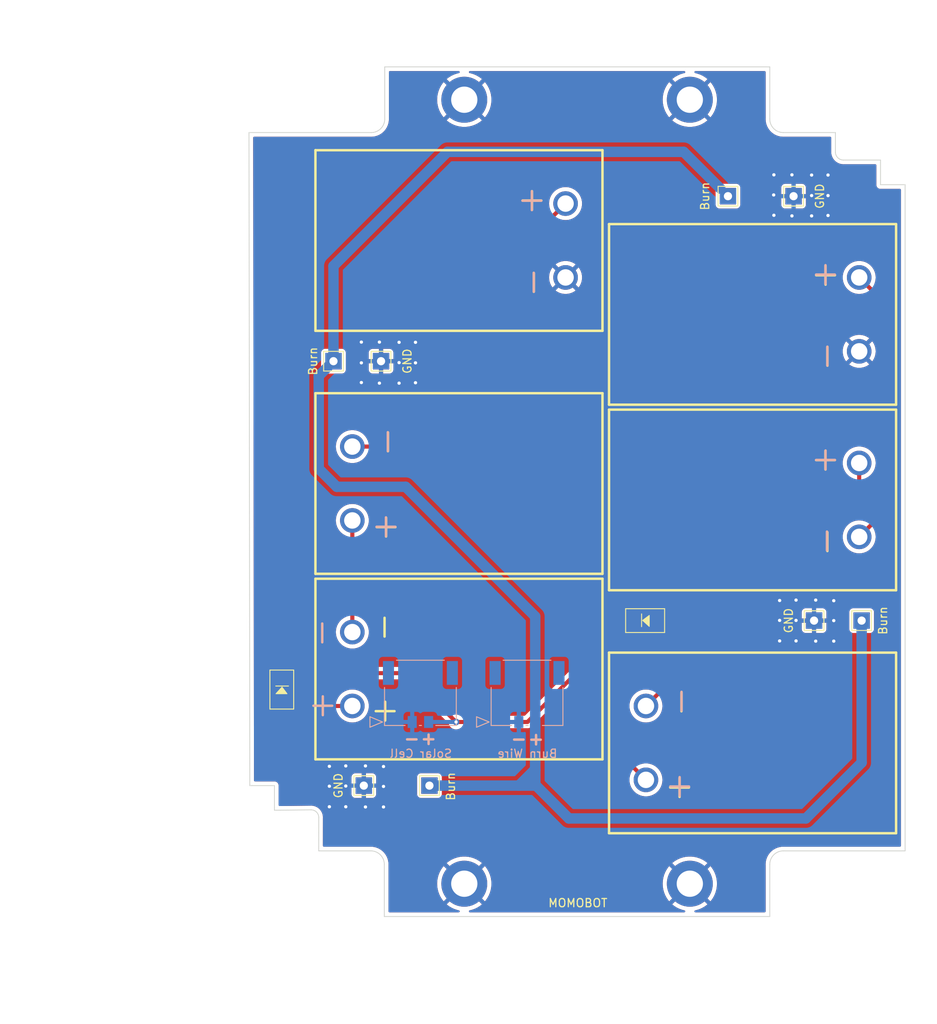
<source format=kicad_pcb>
(kicad_pcb (version 20211014) (generator pcbnew)
  (title_block (title "new-new-solar-cell-burn-wire") (date "2023-01-01") (rev "2"))
  (layers (0 "F.Cu" signal) (31 "B.Cu" signal) (34 "B.Paste" user) (35 "F.Paste" user) (36 "B.SilkS" user "B.Silkscreen") (37 "F.SilkS" user "F.Silkscreen") (38 "B.Mask" user) (39 "F.Mask" user) (44 "Edge.Cuts" user))
  (net 0 "")
  (net 1 "GND")
  (net 2 "BURN")
  (net 3 "Net-(SC1-Pad2)")
  (net 4 "Net-(D1-Pad2)")
  (net 5 "Net-(D2-Pad2)")
  (net 6 "Net-(SC2-Pad2)")
  (net 7 "Net-(SC4-Pad2)")
  (net 8 "Net-(SC5-Pad2)")
  (net 9 "VSOLAR")
  (footprint "ISP:SM101K07TF" (layer "F.Cu") (at 97.7 111.6 180)
    (fp_text reference "SC1")
    (fp_text value "SM101K07TF")
    (fp_text user "-" (at 9.3 4.6 90) (layer "F.SilkS") (effects (font (size 3 3) (thickness 0.3))))
    (fp_text user "+" (at 9 -5.4) (layer "F.SilkS") (effects (font (size 3 3) (thickness 0.3))))
    (fp_line (start -17.5 -11.5) (end 17.5 -11.5) (layer "F.SilkS") (width 0.3))
    (fp_line (start 17.5 -11.5) (end 17.5 10.5) (layer "F.SilkS") (width 0.3))
    (fp_line (start 17.5 10.5) (end -17.5 10.5) (layer "F.SilkS") (width 0.3))
    (fp_line (start -17.5 10.5) (end -17.5 -11.5) (layer "F.SilkS") (width 0.3))
    (pad "1" thru_hole circle (at 13 -5 180) (size 3 3) (drill 2) (layers *.Mask "F.Cu" "In1.Cu" "B.Cu") (net 4 "Net-(D1-Pad2)"))
    (pad "2" thru_hole circle (at 13 4 180) (size 3 3) (drill 2) (layers *.Mask "F.Cu" "In1.Cu" "B.Cu") (net 3 "Net-(SC1-Pad2)"))
  )
  (footprint "ISP:SM101K07TF" (layer "F.Cu") (at 97.7 60.4)
    (fp_text reference "SC3")
    (fp_text value "SM101K07TF")
    (fp_text user "+" (at 8.89 -5.58) (layer "B.SilkS") (effects (font (size 3 3) (thickness 0.3))))
    (fp_text user "-" (at 8.89 4.58 90) (layer "B.SilkS") (effects (font (size 3 3) (thickness 0.3))))
    (fp_line (start 17.5 -11.5) (end 17.5 10.5) (layer "F.SilkS") (width 0.3))
    (fp_line (start -17.5 10.5) (end -17.5 -11.5) (layer "F.SilkS") (width 0.3))
    (fp_line (start 17.5 10.5) (end -17.5 10.5) (layer "F.SilkS") (width 0.3))
    (fp_line (start -17.5 -11.5) (end 17.5 -11.5) (layer "F.SilkS") (width 0.3))
    (pad "1" thru_hole circle (at 13 -5) (size 3 3) (drill 2) (layers *.Mask "F.Cu" "In1.Cu" "B.Cu") (net 6 "Net-(SC2-Pad2)"))
    (pad "2" thru_hole circle (at 13 4) (size 3 3) (drill 2) (layers *.Mask "F.Cu" "In1.Cu" "B.Cu") (net 1 "GND"))
  )
  (footprint "TestPoint:TestPoint_THTPad_2.0x2.0mm_Drill1.0mm" (layer "F.Cu") (at 146.8 106.2 90)
    (fp_text reference "LowerBurn3")
    (fp_text value "Burn" (at 0 2.6 90) (layer "F.SilkS"))
    (fp_line (start 1.2 1.2) (end -1.2 1.2) (layer "F.SilkS") (width 0.12))
    (fp_line (start -1.2 1.2) (end -1.2 -1.2) (layer "F.SilkS") (width 0.12))
    (fp_line (start 1.2 -1.2) (end 1.2 1.2) (layer "F.SilkS") (width 0.12))
    (fp_line (start -1.2 -1.2) (end 1.2 -1.2) (layer "F.SilkS") (width 0.12))
    (pad "1" thru_hole rect (at 0 0 90) (size 2 2) (drill 1) (layers *.Cu *.Mask) (net 2 "BURN"))
  )
  (footprint "TestPoint:TestPoint_THTPad_2.0x2.0mm_Drill1.0mm" (layer "F.Cu") (at 86.1 126.3)
    (fp_text reference "LowerBurn2")
    (fp_text value "GND" (at -3.1 0 90) (layer "F.SilkS"))
    (fp_line (start -1.2 -1.2) (end 1.2 -1.2) (layer "F.SilkS") (width 0.12))
    (fp_line (start -1.2 1.2) (end -1.2 -1.2) (layer "F.SilkS") (width 0.12))
    (fp_line (start 1.2 -1.2) (end 1.2 1.2) (layer "F.SilkS") (width 0.12))
    (fp_line (start 1.2 1.2) (end -1.2 1.2) (layer "F.SilkS") (width 0.12))
    (pad "1" thru_hole rect (at 0 0) (size 2 2) (drill 1) (layers *.Cu *.Mask) (net 1 "GND"))
  )
  (footprint "TestPoint:TestPoint_THTPad_2.0x2.0mm_Drill1.0mm" (layer "F.Cu") (at 138.5 54.5)
    (fp_text reference "UpperBurn4")
    (fp_text value "GND" (at 3.2 0 90) (layer "F.SilkS"))
    (fp_line (start -1.2 -1.2) (end 1.2 -1.2) (layer "F.SilkS") (width 0.12))
    (fp_line (start -1.2 1.2) (end -1.2 -1.2) (layer "F.SilkS") (width 0.12))
    (fp_line (start 1.2 1.2) (end -1.2 1.2) (layer "F.SilkS") (width 0.12))
    (fp_line (start 1.2 -1.2) (end 1.2 1.2) (layer "F.SilkS") (width 0.12))
    (pad "1" thru_hole rect (at 0 0) (size 2 2) (drill 1) (layers *.Cu *.Mask) (net 1 "GND"))
  )
  (footprint "TestPoint:TestPoint_THTPad_2.0x2.0mm_Drill1.0mm" (layer "F.Cu") (at 82.4 74.6)
    (fp_text reference "UpperBurn1")
    (fp_text value "Burn" (at -2.5 0 90) (layer "F.SilkS"))
    (fp_line (start -1.2 1.2) (end -1.2 -1.2) (layer "F.SilkS") (width 0.12))
    (fp_line (start 1.2 1.2) (end -1.2 1.2) (layer "F.SilkS") (width 0.12))
    (fp_line (start 1.2 -1.2) (end 1.2 1.2) (layer "F.SilkS") (width 0.12))
    (fp_line (start -1.2 -1.2) (end 1.2 -1.2) (layer "F.SilkS") (width 0.12))
    (pad "1" thru_hole rect (at 0 0) (size 2 2) (drill 1) (layers *.Cu *.Mask) (net 2 "BURN"))
  )
  (footprint "MountingHole:MountingHole_3.2mm_M3_DIN965_Pad" (layer "F.Cu") (at 125.85 42.75)
    (fp_text reference "H2")
    (fp_text value "MountingHole_Pad")
    (pad "1" thru_hole circle (at 0 0) (size 5.6 5.6) (drill 3.2) (layers *.Cu *.Mask) (net 1 "GND"))
  )
  (footprint "ISP:SM101K07TF" (layer "F.Cu") (at 97.7 89 180)
    (fp_text reference "SC2")
    (fp_text value "SM101K07TF")
    (fp_text user "+" (at 8.89 -5.58) (layer "F.SilkS") (effects (font (size 3 3) (thickness 0.3))))
    (fp_text user "-" (at 8.89 4.58 90) (layer "F.SilkS") (effects (font (size 3 3) (thickness 0.3))))
    (fp_line (start -17.5 -11.5) (end 17.5 -11.5) (layer "F.SilkS") (width 0.3))
    (fp_line (start 17.5 -11.5) (end 17.5 10.5) (layer "F.SilkS") (width 0.3))
    (fp_line (start -17.5 10.5) (end -17.5 -11.5) (layer "F.SilkS") (width 0.3))
    (fp_line (start 17.5 10.5) (end -17.5 10.5) (layer "F.SilkS") (width 0.3))
    (pad "1" thru_hole circle (at 13 -5 180) (size 3 3) (drill 2) (layers *.Mask "F.Cu" "In1.Cu" "B.Cu") (net 3 "Net-(SC1-Pad2)"))
    (pad "2" thru_hole circle (at 13 4 180) (size 3 3) (drill 2) (layers *.Mask "F.Cu" "In1.Cu" "B.Cu") (net 6 "Net-(SC2-Pad2)"))
  )
  (footprint "TestPoint:TestPoint_THTPad_2.0x2.0mm_Drill1.0mm" (layer "F.Cu") (at 88.2 74.6)
    (fp_text reference "UpperBurn2")
    (fp_text value "GND" (at 3.2 0 90) (layer "F.SilkS"))
    (fp_line (start -1.2 1.2) (end -1.2 -1.2) (layer "F.SilkS") (width 0.12))
    (fp_line (start 1.2 1.2) (end -1.2 1.2) (layer "F.SilkS") (width 0.12))
    (fp_line (start 1.2 -1.2) (end 1.2 1.2) (layer "F.SilkS") (width 0.12))
    (fp_line (start -1.2 -1.2) (end 1.2 -1.2) (layer "F.SilkS") (width 0.12))
    (pad "1" thru_hole rect (at 0 0) (size 2 2) (drill 1) (layers *.Cu *.Mask) (net 1 "GND"))
  )
  (footprint "MountingHole:MountingHole_3.2mm_M3_DIN965_Pad" (layer "F.Cu") (at 98.35 42.75)
    (fp_text reference "H1")
    (fp_text value "MountingHole_Pad")
    (pad "1" thru_hole circle (at 0 0) (size 5.6 5.6) (drill 3.2) (layers *.Cu *.Mask) (net 1 "GND"))
  )
  (footprint "ISP:SM101K07TF" (layer "F.Cu") (at 133.5 92)
    (fp_text reference "SC5")
    (fp_text value "SM101K07TF")
    (fp_text user "-" (at 8.89 4.58 90) (layer "F.SilkS") (effects (font (size 3 3) (thickness 0.3))))
    (fp_text user "+" (at 8.89 -5.58) (layer "F.SilkS") (effects (font (size 3 3) (thickness 0.3))))
    (fp_line (start 17.5 10.5) (end -17.5 10.5) (layer "F.SilkS") (width 0.3))
    (fp_line (start 17.5 -11.5) (end 17.5 10.5) (layer "F.SilkS") (width 0.3))
    (fp_line (start -17.5 10.5) (end -17.5 -11.5) (layer "F.SilkS") (width 0.3))
    (fp_line (start -17.5 -11.5) (end 17.5 -11.5) (layer "F.SilkS") (width 0.3))
    (pad "1" thru_hole circle (at 13 -5) (size 3 3) (drill 2) (layers *.Mask "F.Cu" "In1.Cu" "B.Cu") (net 7 "Net-(SC4-Pad2)"))
    (pad "2" thru_hole circle (at 13 4) (size 3 3) (drill 2) (layers *.Mask "F.Cu" "In1.Cu" "B.Cu") (net 8 "Net-(SC5-Pad2)"))
  )
  (footprint "TestPoint:TestPoint_THTPad_2.0x2.0mm_Drill1.0mm" (layer "F.Cu") (at 94.1 126.3)
    (fp_text reference "LowerBurn1")
    (fp_text value "Burn" (at 2.6 0.1 90) (layer "F.SilkS"))
    (fp_line (start 1.2 1.2) (end -1.2 1.2) (layer "F.SilkS") (width 0.12))
    (fp_line (start -1.2 1.2) (end -1.2 -1.2) (layer "F.SilkS") (width 0.12))
    (fp_line (start -1.2 -1.2) (end 1.2 -1.2) (layer "F.SilkS") (width 0.12))
    (fp_line (start 1.2 -1.2) (end 1.2 1.2) (layer "F.SilkS") (width 0.12))
    (pad "1" thru_hole rect (at 0 0) (size 2 2) (drill 1) (layers *.Cu *.Mask) (net 2 "BURN"))
  )
  (footprint "MountingHole:MountingHole_3.2mm_M3_DIN965_Pad" (layer "F.Cu") (at 98.35 138.25)
    (fp_text reference "H3")
    (fp_text value "MountingHole_Pad")
    (pad "1" thru_hole circle (at 0 0) (size 5.6 5.6) (drill 3.2) (layers *.Cu *.Mask) (net 1 "GND"))
  )
  (footprint "MountingHole:MountingHole_3.2mm_M3_DIN965_Pad" (layer "F.Cu") (at 125.85 138.25)
    (fp_text reference "H4")
    (fp_text value "MountingHole_Pad")
    (pad "1" thru_hole circle (at 0 0) (size 5.6 5.6) (drill 3.2) (layers *.Cu *.Mask) (net 1 "GND"))
  )
  (footprint "TestPoint:TestPoint_THTPad_2.0x2.0mm_Drill1.0mm" (layer "F.Cu") (at 130.5 54.5)
    (fp_text reference "UpperBurn3")
    (fp_text value "Burn" (at -2.8 0 90) (layer "F.SilkS"))
    (fp_line (start 1.2 1.2) (end -1.2 1.2) (layer "F.SilkS") (width 0.12))
    (fp_line (start 1.2 -1.2) (end 1.2 1.2) (layer "F.SilkS") (width 0.12))
    (fp_line (start -1.2 1.2) (end -1.2 -1.2) (layer "F.SilkS") (width 0.12))
    (fp_line (start -1.2 -1.2) (end 1.2 -1.2) (layer "F.SilkS") (width 0.12))
    (pad "1" thru_hole rect (at 0 0) (size 2 2) (drill 1) (layers *.Cu *.Mask) (net 2 "BURN"))
  )
  (footprint "ISP:SM101K07TF" (layer "F.Cu") (at 133.5 120.6 180)
    (fp_text reference "SC4")
    (fp_text value "SM101K07TF")
    (fp_text user "+" (at 8.89 -5.58) (layer "B.SilkS") (effects (font (size 3 3) (thickness 0.3))))
    (fp_text user "-" (at 8.89 4.58 90) (layer "B.SilkS") (effects (font (size 3 3) (thickness 0.3))))
    (fp_line (start 17.5 10.5) (end -17.5 10.5) (layer "F.SilkS") (width 0.3))
    (fp_line (start -17.5 10.5) (end -17.5 -11.5) (layer "F.SilkS") (width 0.3))
    (fp_line (start 17.5 -11.5) (end 17.5 10.5) (layer "F.SilkS") (width 0.3))
    (fp_line (start -17.5 -11.5) (end 17.5 -11.5) (layer "F.SilkS") (width 0.3))
    (pad "1" thru_hole circle (at 13 -5 180) (size 3 3) (drill 2) (layers *.Mask "F.Cu" "In1.Cu" "B.Cu") (net 5 "Net-(D2-Pad2)"))
    (pad "2" thru_hole circle (at 13 4 180) (size 3 3) (drill 2) (layers *.Mask "F.Cu" "In1.Cu" "B.Cu") (net 7 "Net-(SC4-Pad2)"))
  )
  (footprint "ISP:SM101K07TF" (layer "F.Cu") (at 133.5 69.4)
    (fp_text reference "SC6")
    (fp_text value "SM101K07TF")
    (fp_text user "-" (at 8.89 4.58 90) (layer "B.SilkS") (effects (font (size 3 3) (thickness 0.3))))
    (fp_text user "+" (at 8.89 -5.58) (layer "B.SilkS") (effects (font (size 3 3) (thickness 0.3))))
    (fp_line (start 17.5 10.5) (end -17.5 10.5) (layer "F.SilkS") (width 0.3))
    (fp_line (start 17.5 -11.5) (end 17.5 10.5) (layer "F.SilkS") (width 0.3))
    (fp_line (start -17.5 10.5) (end -17.5 -11.5) (layer "F.SilkS") (width 0.3))
    (fp_line (start -17.5 -11.5) (end 17.5 -11.5) (layer "F.SilkS") (width 0.3))
    (pad "1" thru_hole circle (at 13 -5) (size 3 3) (drill 2) (layers *.Mask "F.Cu" "In1.Cu" "B.Cu") (net 8 "Net-(SC5-Pad2)"))
    (pad "2" thru_hole circle (at 13 4) (size 3 3) (drill 2) (layers *.Mask "F.Cu" "In1.Cu" "B.Cu") (net 1 "GND"))
  )
  (footprint "ISP:DO-214AC" (layer "F.Cu") (at 76.1 114.6 -90)
    (fp_text reference "D1")
    (fp_text value "CDBA240LL-HF")
    (fp_line (start 2.375 1.45) (end 2.375 -1.45) (layer "F.SilkS") (width 0.12))
    (fp_line (start -0.4318 -0.8128) (end -0.4318 0.7366) (layer "F.SilkS") (width 0.12))
    (fp_line (start -2.375 1.45) (end -2.375 -1.45) (layer "F.SilkS") (width 0.12))
    (fp_line (start -2.375 -1.45) (end 2.375 -1.45) (layer "F.SilkS") (width 0.12))
    (fp_line (start -2.375 1.45) (end 2.375 1.45) (layer "F.SilkS") (width 0.12))
    (fp_poly (pts (xy 0.508 0.7112) (xy -0.3048 -0.0254) (xy 0.508 -0.635)) (layer "F.SilkS") (width 0.1) (fill solid))
    (pad "1" smd rect (at -2 0 270) (size 2.5 1.7) (layers "F.Cu" "F.Paste" "F.Mask") (net 9 "VSOLAR"))
    (pad "2" smd rect (at 2 0 270) (size 2.5 1.7) (layers "F.Cu" "F.Paste" "F.Mask") (net 4 "Net-(D1-Pad2)"))
  )
  (footprint "TestPoint:TestPoint_THTPad_2.0x2.0mm_Drill1.0mm" (layer "F.Cu") (at 141 106.2 90)
    (fp_text reference "LowerBurn4")
    (fp_text value "GND" (at 0 -3.1 90) (layer "F.SilkS"))
    (fp_line (start -1.2 -1.2) (end 1.2 -1.2) (layer "F.SilkS") (width 0.12))
    (fp_line (start 1.2 1.2) (end -1.2 1.2) (layer "F.SilkS") (width 0.12))
    (fp_line (start -1.2 1.2) (end -1.2 -1.2) (layer "F.SilkS") (width 0.12))
    (fp_line (start 1.2 -1.2) (end 1.2 1.2) (layer "F.SilkS") (width 0.12))
    (pad "1" thru_hole rect (at 0 0 90) (size 2 2) (drill 1) (layers *.Cu *.Mask) (net 1 "GND"))
  )
  (footprint "ISP:DO-214AC" (layer "F.Cu") (at 120.4 106.2)
    (fp_text reference "D2")
    (fp_text value "CDBA240LL-HF")
    (fp_line (start -2.375 -1.45) (end 2.375 -1.45) (layer "F.SilkS") (width 0.12))
    (fp_line (start -2.375 1.45) (end -2.375 -1.45) (layer "F.SilkS") (width 0.12))
    (fp_line (start -2.375 1.45) (end 2.375 1.45) (layer "F.SilkS") (width 0.12))
    (fp_line (start 2.375 1.45) (end 2.375 -1.45) (layer "F.SilkS") (width 0.12))
    (fp_line (start -0.4318 -0.8128) (end -0.4318 0.7366) (layer "F.SilkS") (width 0.12))
    (fp_poly (pts (xy 0.508 0.7112) (xy -0.3048 -0.0254) (xy 0.508 -0.635)) (layer "F.SilkS") (width 0.1) (fill solid))
    (pad "1" smd rect (at -2 0) (size 2.5 1.7) (layers "F.Cu" "F.Paste" "F.Mask") (net 9 "VSOLAR"))
    (pad "2" smd rect (at 2 0) (size 2.5 1.7) (layers "F.Cu" "F.Paste" "F.Mask") (net 5 "Net-(D2-Pad2)"))
  )
  (footprint "Molex_PicoLock_2p_2mm_2053380002:2053380002" (layer "B.Cu") (at 92 118.55 180)
    (fp_text reference "J1")
    (fp_text value "Solar Cell" (at -1.05 -3.85) (layer "B.SilkS") (effects (justify mirror)))
    (fp_line (start 3.628992 0) (end 5.152992 0.635) (layer "B.SilkS") (width 0.12))
    (fp_line (start -5.374991 4.20496) (end -5.374991 -0.425) (layer "B.SilkS") (width 0.12))
    (fp_line (start -5.374991 -0.425) (end -2.870041 -0.425) (layer "B.SilkS") (width 0.12))
    (fp_line (start 3.374992 -0.425) (end 3.374992 4.20496) (layer "B.SilkS") (width 0.12))
    (fp_line (start 5.152992 0.635) (end 5.152992 -0.635) (layer "B.SilkS") (width 0.12))
    (fp_line (start -1.129961 -0.425) (end -0.87004 -0.425) (layer "B.SilkS") (width 0.12))
    (fp_line (start 5.152992 -0.635) (end 3.628992 0) (layer "B.SilkS") (width 0.12))
    (fp_line (start 0.87004 -0.425) (end 3.374992 -0.425) (layer "B.SilkS") (width 0.12))
    (fp_line (start 1.915982 7.525) (end -3.915981 7.525) (layer "B.SilkS") (width 0.12))
    (pad "1" smd rect (at 0 0 180) (size 1.1 1.45) (layers "B.Cu" "B.Paste" "B.Mask") (net 1 "GND"))
    (pad "2" smd rect (at -2.000001 0 180) (size 1.1 1.45) (layers "B.Cu" "B.Paste" "B.Mask") (net 9 "VSOLAR"))
    (pad "3" smd rect (at 2.894998 5.974999 180) (size 1.35 2.899999) (layers "B.Cu" "B.Paste" "B.Mask"))
    (pad "4" smd rect (at -4.894997 5.974999 180) (size 1.35 2.899999) (layers "B.Cu" "B.Paste" "B.Mask"))
  )
  (footprint "Molex_PicoLock_2p_2mm_2053380002:2053380002" (layer "B.Cu") (at 105 118.55 180)
    (fp_text reference "J2")
    (fp_text value "Burn Wire" (at -1.043495 -3.85) (layer "B.SilkS") (effects (justify mirror)))
    (fp_line (start 3.374992 -0.425) (end 3.374992 4.20496) (layer "B.SilkS") (width 0.12))
    (fp_line (start -5.374991 -0.425) (end -2.870041 -0.425) (layer "B.SilkS") (width 0.12))
    (fp_line (start -1.129961 -0.425) (end -0.87004 -0.425) (layer "B.SilkS") (width 0.12))
    (fp_line (start 5.152992 0.635) (end 5.152992 -0.635) (layer "B.SilkS") (width 0.12))
    (fp_line (start 3.628992 0) (end 5.152992 0.635) (layer "B.SilkS") (width 0.12))
    (fp_line (start 1.915982 7.525) (end -3.915981 7.525) (layer "B.SilkS") (width 0.12))
    (fp_line (start -5.374991 4.20496) (end -5.374991 -0.425) (layer "B.SilkS") (width 0.12))
    (fp_line (start 0.87004 -0.425) (end 3.374992 -0.425) (layer "B.SilkS") (width 0.12))
    (fp_line (start 5.152992 -0.635) (end 3.628992 0) (layer "B.SilkS") (width 0.12))
    (pad "1" smd rect (at 0 0 180) (size 1.1 1.45) (layers "B.Cu" "B.Paste" "B.Mask") (net 1 "GND"))
    (pad "2" smd rect (at -2.000001 0 180) (size 1.1 1.45) (layers "B.Cu" "B.Paste" "B.Mask") (net 2 "BURN"))
    (pad "3" smd rect (at 2.894998 5.974999 180) (size 1.35 2.899999) (layers "B.Cu" "B.Paste" "B.Mask"))
    (pad "4" smd rect (at -4.894997 5.974999 180) (size 1.35 2.899999) (layers "B.Cu" "B.Paste" "B.Mask"))
  )
  (gr_line (start 135.6 142.25) (end 88.6 142.25) (layer "Edge.Cuts") (width 0.1))
  (gr_line (start 143.6 46.75) (end 143.6 49.161299) (layer "Edge.Cuts") (width 0.1))
  (gr_line (start 152.1 53.1) (end 152.1 134.25) (layer "Edge.Cuts") (width 0.1))
  (gr_line (start 72.2 126.3) (end 75.2 126.3) (layer "Edge.Cuts") (width 0.1))
  (gr_arc (start 79.669331 129.25) (mid 80.318795 129.511659) (end 80.605727 130.15036) (layer "Edge.Cuts") (width 0.1))
  (gr_line (start 149.1 50.1) (end 149.1 53.1) (layer "Edge.Cuts") (width 0.1))
  (gr_line (start 135.6 142.25) (end 135.6 135.9) (layer "Edge.Cuts") (width 0.1))
  (gr_arc (start 88.65 45.1) (mid 88.166726 46.266726) (end 87 46.75) (layer "Edge.Cuts") (width 0.1))
  (gr_arc (start 144.549464 50.1) (mid 143.893276 49.814186) (end 143.6 49.161299) (layer "Edge.Cuts") (width 0.1))
  (gr_arc (start 135.6 135.9) (mid 136.083274 134.733274) (end 137.25 134.25) (layer "Edge.Cuts") (width 0.1))
  (gr_line (start 152.1 134.25) (end 137.25 134.25) (layer "Edge.Cuts") (width 0.1))
  (gr_line (start 88.6 135.9) (end 88.6 142.25) (layer "Edge.Cuts") (width 0.1))
  (gr_line (start 135.6 45.1) (end 135.6 38.75) (layer "Edge.Cuts") (width 0.1))
  (gr_line (start 72.1 46.75) (end 87 46.75) (layer "Edge.Cuts") (width 0.1))
  (gr_arc (start 86.95 134.25) (mid 88.116726 134.733274) (end 88.6 135.9) (layer "Edge.Cuts") (width 0.1))
  (gr_line (start 79.669331 129.25) (end 75.2 129.3) (layer "Edge.Cuts") (width 0.1))
  (gr_line (start 86.95 134.25) (end 80.6 134.25) (layer "Edge.Cuts") (width 0.1))
  (gr_line (start 80.6 134.25) (end 80.605727 130.15036) (layer "Edge.Cuts") (width 0.1))
  (gr_arc (start 137.25 46.75) (mid 136.083274 46.266726) (end 135.6 45.1) (layer "Edge.Cuts") (width 0.1))
  (gr_line (start 75.2 126.3) (end 75.2 129.3) (layer "Edge.Cuts") (width 0.1))
  (gr_line (start 88.65 38.75) (end 135.6 38.75) (layer "Edge.Cuts") (width 0.1))
  (gr_line (start 72.2 126.3) (end 72.1 46.75) (layer "Edge.Cuts") (width 0.1))
  (gr_line (start 144.549464 50.1) (end 149.1 50.1) (layer "Edge.Cuts") (width 0.1))
  (gr_line (start 149.1 53.1) (end 152.1 53.1) (layer "Edge.Cuts") (width 0.1))
  (gr_line (start 88.65 38.75) (end 88.65 45.1) (layer "Edge.Cuts") (width 0.1))
  (gr_line (start 137.25 46.75) (end 143.6 46.75) (layer "Edge.Cuts") (width 0.1))
  (gr_text "+" (at 142.4 86.4) (layer "B.SilkS") (effects (font (size 3 3) (thickness 0.3)) (justify mirror)))
  (gr_text "-" (at 80.8 107.7 90) (layer "B.SilkS") (effects (font (size 3 3) (thickness 0.3)) (justify mirror)))
  (gr_text "-" (at 142.8 96.5 -90) (layer "B.SilkS") (effects (font (size 3 3) (thickness 0.3)) (justify mirror)))
  (gr_text "+" (at 107.1 120.6) (layer "B.SilkS") (effects (font (size 1.5 1.5) (thickness 0.3)) (justify mirror)))
  (gr_text "+" (at 88.8 95 180) (layer "B.SilkS") (effects (font (size 3 3) (thickness 0.3)) (justify mirror)))
  (gr_text "-" (at 91.95 120.775 -180) (layer "B.SilkS") (effects (font (size 1.5 1.5) (thickness 0.3)) (justify mirror)))
  (gr_text "+" (at 94 120.55) (layer "B.SilkS") (effects (font (size 1.5 1.5) (thickness 0.3)) (justify mirror)))
  (gr_text "-" (at 105 120.8 -180) (layer "B.SilkS") (effects (font (size 1.5 1.5) (thickness 0.3)) (justify mirror)))
  (gr_text "-" (at 88.8 84.4 90) (layer "B.SilkS") (effects (font (size 3 3) (thickness 0.3)) (justify mirror)))
  (gr_text "+" (at 81.1 116.8 180) (layer "B.SilkS") (effects (font (size 3 3) (thickness 0.3)) (justify mirror)))
  (gr_text "MOMOBOT" (at 112.2 140.6) (layer "F.SilkS") (effects (font (size 1 1))))
  (gr_text "+" (at 142.4 63.9) (layer "F.SilkS") (effects (font (size 3 3) (thickness 0.3))))
  (gr_text "+" (at 124.6 126.3) (layer "F.SilkS") (effects (font (size 3 3) (thickness 0.3))))
  (gr_text "-" (at 142.4 74 90) (layer "F.SilkS") (effects (font (size 3 3) (thickness 0.3))))
  (gr_text "-" (at 124.6 116.1 90) (layer "F.SilkS") (effects (font (size 3 3) (thickness 0.3))))
  (gr_text "+" (at 106.6 54.8) (layer "F.SilkS") (effects (font (size 3 3) (thickness 0.3))))
  (gr_text "-" (at 106.6 65 90) (layer "F.SilkS") (effects (font (size 3 3) (thickness 0.3))))
  (via (at 81.9 128.875) (size 0.8) (drill 0.4) (layers "F.Cu" "B.Cu") (net 1))
  (via (at 85.8 77.2) (size 0.8) (drill 0.4) (layers "F.Cu" "B.Cu") (net 1))
  (via (at 136.8 106.175) (size 0.8) (drill 0.4) (layers "F.Cu" "B.Cu") (net 1))
  (via (at 136.1 51.9) (size 0.8) (drill 0.4) (layers "F.Cu" "B.Cu") (net 1))
  (via (at 81.9 123.95) (size 0.8) (drill 0.4) (layers "F.Cu" "B.Cu") (net 1))
  (via (at 140.7 51.925) (size 0.8) (drill 0.4) (layers "F.Cu" "B.Cu") (net 1))
  (via (at 138.8 106.175) (size 0.8) (drill 0.4) (layers "F.Cu" "B.Cu") (net 1))
  (via (at 143.4 103.775) (size 0.8) (drill 0.4) (layers "F.Cu" "B.Cu") (net 1))
  (via (at 90.4 72.3) (size 0.8) (drill 0.4) (layers "F.Cu" "B.Cu") (net 1))
  (via (at 141.2 108.7) (size 0.8) (drill 0.4) (layers "F.Cu" "B.Cu") (net 1))
  (via (at 90.4 74.775) (size 0.8) (drill 0.4) (layers "F.Cu" "B.Cu") (net 1))
  (via (at 85.8 72.275) (size 0.8) (drill 0.4) (layers "F.Cu" "B.Cu") (net 1))
  (via (at 83.9 123.9) (size 0.8) (drill 0.4) (layers "F.Cu" "B.Cu") (net 1))
  (via (at 83.9 126.35) (size 0.8) (drill 0.4) (layers "F.Cu" "B.Cu") (net 1))
  (via (at 83.9 128.875) (size 0.8) (drill 0.4) (layers "F.Cu" "B.Cu") (net 1))
  (via (at 92.4 77.225) (size 0.8) (drill 0.4) (layers "F.Cu" "B.Cu") (net 1))
  (via (at 142.7 51.925) (size 0.8) (drill 0.4) (layers "F.Cu" "B.Cu") (net 1))
  (via (at 88.5 123.975) (size 0.8) (drill 0.4) (layers "F.Cu" "B.Cu") (net 1))
  (via (at 136.8 108.675) (size 0.8) (drill 0.4) (layers "F.Cu" "B.Cu") (net 1))
  (via (at 88.5 128.9) (size 0.8) (drill 0.4) (layers "F.Cu" "B.Cu") (net 1))
  (via (at 88 77.275) (size 0.8) (drill 0.4) (layers "F.Cu" "B.Cu") (net 1))
  (via (at 92.4 72.3) (size 0.8) (drill 0.4) (layers "F.Cu" "B.Cu") (net 1))
  (via (at 142.7 56.85) (size 0.8) (drill 0.4) (layers "F.Cu" "B.Cu") (net 1))
  (via (at 143.4 108.7) (size 0.8) (drill 0.4) (layers "F.Cu" "B.Cu") (net 1))
  (via (at 138.8 108.675) (size 0.8) (drill 0.4) (layers "F.Cu" "B.Cu") (net 1))
  (via (at 92.4 74.8) (size 0.8) (drill 0.4) (layers "F.Cu" "B.Cu") (net 1))
  (via (at 143.4 106.2) (size 0.8) (drill 0.4) (layers "F.Cu" "B.Cu") (net 1))
  (via (at 138.3 56.9) (size 0.8) (drill 0.4) (layers "F.Cu" "B.Cu") (net 1))
  (via (at 90.4 77.275) (size 0.8) (drill 0.4) (layers "F.Cu" "B.Cu") (net 1))
  (via (at 85.8 74.8) (size 0.8) (drill 0.4) (layers "F.Cu" "B.Cu") (net 1))
  (via (at 138.3 51.9) (size 0.8) (drill 0.4) (layers "F.Cu" "B.Cu") (net 1))
  (via (at 140.7 56.9) (size 0.8) (drill 0.4) (layers "F.Cu" "B.Cu") (net 1))
  (via (at 136.8 103.75) (size 0.8) (drill 0.4) (layers "F.Cu" "B.Cu") (net 1))
  (via (at 138.8 103.7) (size 0.8) (drill 0.4) (layers "F.Cu" "B.Cu") (net 1))
  (via (at 81.9 126.375) (size 0.8) (drill 0.4) (layers "F.Cu" "B.Cu") (net 1))
  (via (at 86.3 128.9) (size 0.8) (drill 0.4) (layers "F.Cu" "B.Cu") (net 1))
  (via (at 86.3 123.9) (size 0.8) (drill 0.4) (layers "F.Cu" "B.Cu") (net 1))
  (via (at 142.7 54.425) (size 0.8) (drill 0.4) (layers "F.Cu" "B.Cu") (net 1))
  (via (at 141.2 103.7) (size 0.8) (drill 0.4) (layers "F.Cu" "B.Cu") (net 1))
  (via (at 88 72.275) (size 0.8) (drill 0.4) (layers "F.Cu" "B.Cu") (net 1))
  (via (at 140.7 54.425) (size 0.8) (drill 0.4) (layers "F.Cu" "B.Cu") (net 1))
  (via (at 136.1 56.825) (size 0.8) (drill 0.4) (layers "F.Cu" "B.Cu") (net 1))
  (via (at 88.5 126.4) (size 0.8) (drill 0.4) (layers "F.Cu" "B.Cu") (net 1))
  (via (at 136.075 54.35) (size 0.8) (drill 0.4) (layers "F.Cu" "B.Cu") (net 1))
  (segment (start 107.000001 118.725) (end 107.000001 126.3) (width 1.27) (layer "B.Cu") (net 2))
  (segment (start 107.000001 105.700001) (end 107.000001 111.900001) (width 1.27) (layer "B.Cu") (net 2))
  (segment (start 82.8 89.9) (end 91.2 89.9) (width 1.27) (layer "B.Cu") (net 2))
  (segment (start 96.3 49.1) (end 82.4 63) (width 1.27) (layer "B.Cu") (net 2))
  (segment (start 105 126.3) (end 94.1 126.3) (width 1.27) (layer "B.Cu") (net 2))
  (segment (start 82.4 63) (end 82.4 74.6) (width 1.27) (layer "B.Cu") (net 2))
  (segment (start 107.000001 118.55) (end 107.000001 124.399999) (width 1.27) (layer "B.Cu") (net 2))
  (segment (start 80.6 76.4) (end 80.6 87.7) (width 1.27) (layer "B.Cu") (net 2))
  (segment (start 107.000001 118.55) (end 107.000001 118.725) (width 0.25) (layer "B.Cu") (net 2))
  (segment (start 107.000001 126.200001) (end 111.1 130.3) (width 1.27) (layer "B.Cu") (net 2))
  (segment (start 107.000001 126.3) (end 105 126.3) (width 1.27) (layer "B.Cu") (net 2))
  (segment (start 146.8 123.5) (end 146.8 106.2) (width 1.27) (layer "B.Cu") (net 2))
  (segment (start 111.1 130.3) (end 140 130.3) (width 1.27) (layer "B.Cu") (net 2))
  (segment (start 80.6 87.7) (end 82.8 89.9) (width 1.27) (layer "B.Cu") (net 2))
  (segment (start 91.2 89.9) (end 107.000001 105.700001) (width 1.27) (layer "B.Cu") (net 2))
  (segment (start 125.1 49.1) (end 96.3 49.1) (width 1.27) (layer "B.Cu") (net 2))
  (segment (start 129.575 53.575) (end 125.1 49.1) (width 1.27) (layer "B.Cu") (net 2))
  (segment (start 106.900001 124.399999) (end 107.000001 124.399999) (width 1.27) (layer "B.Cu") (net 2))
  (segment (start 130.5 54.5) (end 129.575 53.575) (width 0.25) (layer "B.Cu") (net 2))
  (segment (start 105 126.3) (end 106.900001 124.399999) (width 1.27) (layer "B.Cu") (net 2))
  (segment (start 82.4 74.6) (end 80.6 76.4) (width 1.27) (layer "B.Cu") (net 2))
  (segment (start 107.000001 124.399999) (end 107.000001 126.200001) (width 1.27) (layer "B.Cu") (net 2))
  (segment (start 140 130.3) (end 146.8 123.5) (width 1.27) (layer "B.Cu") (net 2))
  (segment (start 107.000001 111.900001) (end 107.000001 118.55) (width 1.27) (layer "B.Cu") (net 2))
  (segment (start 84.7 94) (end 84.7 107.6) (width 0.5) (layer "F.Cu") (net 3))
  (segment (start 84.7 116.6) (end 76.1 116.6) (width 0.5) (layer "F.Cu") (net 4))
  (segment (start 117 122.1) (end 120.5 125.6) (width 0.5) (layer "F.Cu") (net 5))
  (segment (start 117 111.6) (end 117 122.1) (width 0.5) (layer "F.Cu") (net 5))
  (segment (start 122.4 106.2) (end 117 111.6) (width 0.5) (layer "F.Cu") (net 5))
  (segment (start 90.1 85) (end 84.7 85) (width 0.5) (layer "F.Cu") (net 6))
  (segment (start 105.6 69.5) (end 90.1 85) (width 0.5) (layer "F.Cu") (net 6))
  (segment (start 105.6 60.5) (end 105.6 69.5) (width 0.5) (layer "F.Cu") (net 6))
  (segment (start 110.7 55.4) (end 105.6 60.5) (width 0.5) (layer "F.Cu") (net 6))
  (segment (start 146.5 90.6) (end 120.5 116.6) (width 0.5) (layer "F.Cu") (net 7))
  (segment (start 146.5 87) (end 146.5 90.6) (width 0.5) (layer "F.Cu") (net 7))
  (segment (start 146.5 64.4) (end 149.7 67.6) (width 0.5) (layer "F.Cu") (net 8))
  (segment (start 149.7 67.6) (end 149.7 92.8) (width 0.5) (layer "F.Cu") (net 8))
  (segment (start 149.7 92.8) (end 146.5 96) (width 0.5) (layer "F.Cu") (net 8))
  (segment (start 97.35 118.55) (end 91.4 112.6) (width 0.5) (layer "F.Cu") (net 9))
  (segment (start 97.25 118.55) (end 97.35 118.55) (width 0.25) (layer "F.Cu") (net 9))
  (segment (start 97.35 118.55) (end 106.05 118.55) (width 0.5) (layer "F.Cu") (net 9))
  (segment (start 106.05 118.55) (end 118.4 106.2) (width 0.5) (layer "F.Cu") (net 9))
  (segment (start 91.4 112.6) (end 76.1 112.6) (width 0.5) (layer "F.Cu") (net 9))
  (via (at 97.35 118.55) (size 0.8) (drill 0.4) (layers "F.Cu" "B.Cu") (net 9))
  (segment (start 94.000001 118.55) (end 97.35 118.55) (width 0.5) (layer "B.Cu") (net 9))
  (zone (net 1) (net_name "GND") (layers F&B.Cu) (connect_pads (clearance 0.508)) (min_thickness 0.254) (fill yes (thermal_gap 0.508) (thermal_bridge_width 0.508))
    (polygon (pts (xy 156 144.5) (xy 68.75 144.5) (xy 68.75 36) (xy 156 36)))
  )
)
</source>
